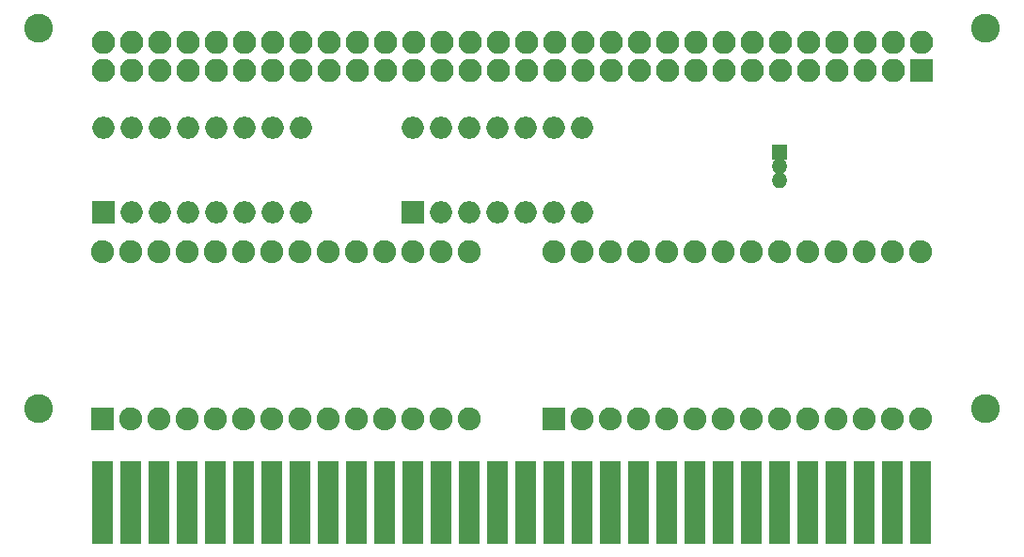
<source format=gbs>
G04 #@! TF.FileFunction,Soldermask,Bot*
%FSLAX46Y46*%
G04 Gerber Fmt 4.6, Leading zero omitted, Abs format (unit mm)*
G04 Created by KiCad (PCBNEW 4.0.7) date 06/30/18 03:53:04*
%MOMM*%
%LPD*%
G01*
G04 APERTURE LIST*
%ADD10C,0.150000*%
%ADD11C,2.600000*%
%ADD12R,2.076400X2.076400*%
%ADD13C,2.076400*%
%ADD14R,1.400000X1.400000*%
%ADD15O,1.400000X1.400000*%
%ADD16R,1.924000X7.512000*%
%ADD17R,2.000000X2.000000*%
%ADD18O,2.000000X2.000000*%
%ADD19R,2.100000X2.100000*%
%ADD20O,2.100000X2.100000*%
G04 APERTURE END LIST*
D10*
D11*
X174625000Y-73152000D03*
X174625000Y-107442000D03*
X89408000Y-107442000D03*
D12*
X95123000Y-108356400D03*
D13*
X97663000Y-108356400D03*
X100203000Y-108356400D03*
X102743000Y-108356400D03*
X105283000Y-108356400D03*
X107823000Y-108356400D03*
X110363000Y-108356400D03*
X112903000Y-108356400D03*
X115443000Y-108356400D03*
X117983000Y-108356400D03*
X120523000Y-108356400D03*
X123063000Y-108356400D03*
X125603000Y-108356400D03*
X128143000Y-108356400D03*
X128143000Y-93345000D03*
X125603000Y-93345000D03*
X123063000Y-93345000D03*
X120523000Y-93345000D03*
X117983000Y-93345000D03*
X115443000Y-93345000D03*
X112903000Y-93345000D03*
X110363000Y-93345000D03*
X107823000Y-93345000D03*
X105283000Y-93345000D03*
X102743000Y-93345000D03*
X100203000Y-93345000D03*
X97663000Y-93345000D03*
X95123000Y-93345000D03*
D12*
X135763000Y-108356400D03*
D13*
X138303000Y-108356400D03*
X140843000Y-108356400D03*
X143383000Y-108356400D03*
X145923000Y-108356400D03*
X148463000Y-108356400D03*
X151003000Y-108356400D03*
X153543000Y-108356400D03*
X156083000Y-108356400D03*
X158623000Y-108356400D03*
X161163000Y-108356400D03*
X163703000Y-108356400D03*
X166243000Y-108356400D03*
X168783000Y-108356400D03*
X168783000Y-93345000D03*
X166243000Y-93345000D03*
X163703000Y-93345000D03*
X161163000Y-93345000D03*
X158623000Y-93345000D03*
X156083000Y-93345000D03*
X153543000Y-93345000D03*
X151003000Y-93345000D03*
X148463000Y-93345000D03*
X145923000Y-93345000D03*
X143383000Y-93345000D03*
X140843000Y-93345000D03*
X138303000Y-93345000D03*
X135763000Y-93345000D03*
D14*
X156083000Y-84328000D03*
D15*
X156083000Y-85598000D03*
X156083000Y-86868000D03*
D16*
X168783000Y-115887500D03*
X166243000Y-115887500D03*
X163703000Y-115887500D03*
X161163000Y-115887500D03*
X158623000Y-115887500D03*
X156083000Y-115887500D03*
X153543000Y-115887500D03*
X151003000Y-115887500D03*
X148463000Y-115887500D03*
X145923000Y-115887500D03*
X143383000Y-115887500D03*
X140843000Y-115887500D03*
X138303000Y-115887500D03*
X135763000Y-115887500D03*
X133223000Y-115887500D03*
X130683000Y-115887500D03*
X128143000Y-115887500D03*
X125603000Y-115887500D03*
X123063000Y-115887500D03*
X120523000Y-115887500D03*
X117983000Y-115887500D03*
X115443000Y-115887500D03*
X112903000Y-115887500D03*
X110363000Y-115887500D03*
X107823000Y-115887500D03*
X105283000Y-115887500D03*
X102743000Y-115887500D03*
X100203000Y-115887500D03*
X97663000Y-115887500D03*
X95123000Y-115887500D03*
D17*
X95250000Y-89789000D03*
D18*
X113030000Y-82169000D03*
X97790000Y-89789000D03*
X110490000Y-82169000D03*
X100330000Y-89789000D03*
X107950000Y-82169000D03*
X102870000Y-89789000D03*
X105410000Y-82169000D03*
X105410000Y-89789000D03*
X102870000Y-82169000D03*
X107950000Y-89789000D03*
X100330000Y-82169000D03*
X110490000Y-89789000D03*
X97790000Y-82169000D03*
X113030000Y-89789000D03*
X95250000Y-82169000D03*
D17*
X123063000Y-89789000D03*
D18*
X138303000Y-82169000D03*
X125603000Y-89789000D03*
X135763000Y-82169000D03*
X128143000Y-89789000D03*
X133223000Y-82169000D03*
X130683000Y-89789000D03*
X130683000Y-82169000D03*
X133223000Y-89789000D03*
X128143000Y-82169000D03*
X135763000Y-89789000D03*
X125603000Y-82169000D03*
X138303000Y-89789000D03*
X123063000Y-82169000D03*
D11*
X89408000Y-73152000D03*
D19*
X168910000Y-76962000D03*
D20*
X168910000Y-74422000D03*
X166370000Y-76962000D03*
X166370000Y-74422000D03*
X163830000Y-76962000D03*
X163830000Y-74422000D03*
X161290000Y-76962000D03*
X161290000Y-74422000D03*
X158750000Y-76962000D03*
X158750000Y-74422000D03*
X156210000Y-76962000D03*
X156210000Y-74422000D03*
X153670000Y-76962000D03*
X153670000Y-74422000D03*
X151130000Y-76962000D03*
X151130000Y-74422000D03*
X148590000Y-76962000D03*
X148590000Y-74422000D03*
X146050000Y-76962000D03*
X146050000Y-74422000D03*
X143510000Y-76962000D03*
X143510000Y-74422000D03*
X140970000Y-76962000D03*
X140970000Y-74422000D03*
X138430000Y-76962000D03*
X138430000Y-74422000D03*
X135890000Y-76962000D03*
X135890000Y-74422000D03*
X133350000Y-76962000D03*
X133350000Y-74422000D03*
X130810000Y-76962000D03*
X130810000Y-74422000D03*
X128270000Y-76962000D03*
X128270000Y-74422000D03*
X125730000Y-76962000D03*
X125730000Y-74422000D03*
X123190000Y-76962000D03*
X123190000Y-74422000D03*
X120650000Y-76962000D03*
X120650000Y-74422000D03*
X118110000Y-76962000D03*
X118110000Y-74422000D03*
X115570000Y-76962000D03*
X115570000Y-74422000D03*
X113030000Y-76962000D03*
X113030000Y-74422000D03*
X110490000Y-76962000D03*
X110490000Y-74422000D03*
X107950000Y-76962000D03*
X107950000Y-74422000D03*
X105410000Y-76962000D03*
X105410000Y-74422000D03*
X102870000Y-76962000D03*
X102870000Y-74422000D03*
X100330000Y-76962000D03*
X100330000Y-74422000D03*
X97790000Y-76962000D03*
X97790000Y-74422000D03*
X95250000Y-76962000D03*
X95250000Y-74422000D03*
M02*

</source>
